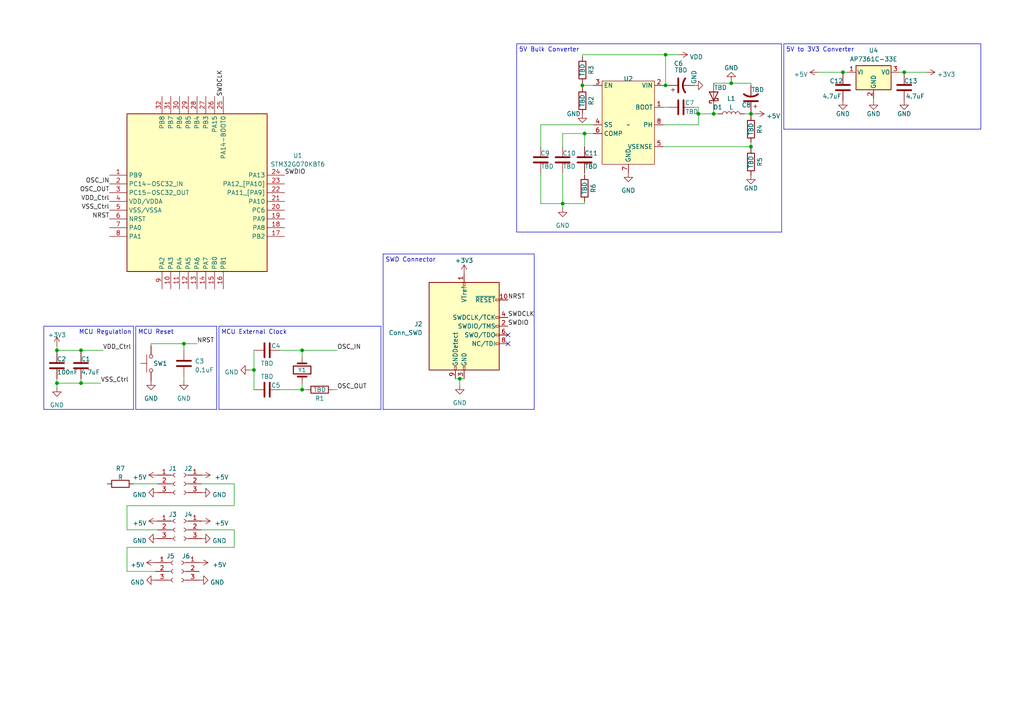
<source format=kicad_sch>
(kicad_sch (version 20230409) (generator eeschema)
  (paper "A4")
  (lib_symbols
    (symbol "Connector:Conn_01x03_Female" (pin_names (offset 1.016) hide)
      (property "Reference" "J" (at 0 5.08 0))
      (property "Value" "Conn_01x03_Female" (at 0 -5.08 0))
      (symbol "Conn_01x03_Female_1_1"
        (arc (start 0 -2.032) (mid -0.5058 -2.54) (end 0 -3.048) (stroke (width 0.1524)))
        (polyline (pts (xy -1.27 -2.54) (xy -0.508 -2.54)) (stroke (width 0.1524)))
        (polyline (pts (xy -1.27 0) (xy -0.508 0)) (stroke (width 0.1524)))
        (polyline (pts (xy -1.27 2.54) (xy -0.508 2.54)) (stroke (width 0.1524)))
        (arc (start 0 0.508) (mid -0.5058 0) (end 0 -0.508) (stroke (width 0.1524)))
        (arc (start 0 3.048) (mid -0.5058 2.54) (end 0 2.032) (stroke (width 0.1524)))
        (pin passive line (at -5.08 2.54 0) (length 3.81) (name "Pin_1") (number "1"))
        (pin passive line (at -5.08 0 0) (length 3.81) (name "Pin_2") (number "2"))
        (pin passive line (at -5.08 -2.54 0) (length 3.81) (name "Pin_3") (number "3"))
      )
    )
    (symbol "Connector:Conn_ARM_JTAG_SWD_10" (pin_names (offset 1.016))
      (property "Reference" "J" (at -2.54 16.51 0))
      (property "Value" "Conn_ARM_JTAG_SWD_10" (at -2.54 13.97 0))
      (symbol "Conn_ARM_JTAG_SWD_10_0_1"
        (rectangle (start -10.16 12.7) (end 10.16 -12.7) (stroke (width 0.254)) (fill (type background)))
        (rectangle (start -2.794 -12.7) (end -2.286 -11.684))
        (rectangle (start -0.254 -12.7) (end 0.254 -11.684))
        (rectangle (start -0.254 12.7) (end 0.254 11.684))
        (rectangle (start 9.144 2.286) (end 10.16 2.794))
        (rectangle (start 10.16 -2.794) (end 9.144 -2.286))
        (rectangle (start 10.16 -0.254) (end 9.144 0.254))
        (rectangle (start 10.16 7.874) (end 9.144 7.366))
      )
      (symbol "Conn_ARM_JTAG_SWD_10_1_1"
        (rectangle (start 9.144 -5.334) (end 10.16 -4.826))
        (pin power_in line (at 0 15.24 270) (length 2.54) (name "VTref") (number "1"))
        (pin open_collector line (at 12.7 7.62 180) (length 2.54) (name "~{RESET}") (number "10"))
        (pin bidirectional line (at 12.7 0 180) (length 2.54) (name "SWDIO/TMS") (number "2"))
        (pin power_in line (at 0 -15.24 90) (length 2.54) (name "GND") (number "3"))
        (pin output line (at 12.7 2.54 180) (length 2.54) (name "SWDCLK/TCK") (number "4"))
        (pin passive line (at 0 -15.24 90) (length 2.54) hide (name "GND") (number "5"))
        (pin input line (at 12.7 -2.54 180) (length 2.54) (name "SWO/TDO") (number "6"))
        (pin no_connect line (at -10.16 0 0) (length 2.54) hide (name "KEY") (number "7"))
        (pin output line (at 12.7 -5.08 180) (length 2.54) (name "NC/TDI") (number "8"))
        (pin passive line (at -2.54 -15.24 90) (length 2.54) (name "GNDDetect") (number "9"))
      )
    )
    (symbol "Device:C" (pin_numbers hide) (pin_names (offset 0.254))
      (property "Reference" "C" (at 0.635 2.54 0))
      (property "Value" "C" (at 0.635 -2.54 0))
      (symbol "C_0_1"
        (polyline (pts (xy -2.032 -0.762) (xy 2.032 -0.762)) (stroke (width 0.508)))
        (polyline (pts (xy -2.032 0.762) (xy 2.032 0.762)) (stroke (width 0.508)))
      )
      (symbol "C_1_1"
        (pin passive line (at 0 3.81 270) (length 2.794) (name "~") (number "1"))
        (pin passive line (at 0 -3.81 90) (length 2.794) (name "~") (number "2"))
      )
    )
    (symbol "Device:C_Polarized_US" (pin_numbers hide) (pin_names (offset 0.254) hide)
      (property "Reference" "C" (at 0.635 2.54 0))
      (property "Value" "C_Polarized_US" (at 0.635 -2.54 0))
      (symbol "C_Polarized_US_0_1"
        (polyline (pts (xy -2.032 0.762) (xy 2.032 0.762)) (stroke (width 0.508)))
        (polyline (pts (xy -1.778 2.286) (xy -0.762 2.286)))
        (polyline (pts (xy -1.27 1.778) (xy -1.27 2.794)))
        (arc (start 2.032 -1.27) (mid 0 -0.5572) (end -2.032 -1.27) (stroke (width 0.508)))
      )
      (symbol "C_Polarized_US_1_1"
        (pin passive line (at 0 3.81 270) (length 2.794) (name "~") (number "1"))
        (pin passive line (at 0 -3.81 90) (length 3.302) (name "~") (number "2"))
      )
    )
    (symbol "Device:Crystal" (pin_numbers hide) (pin_names (offset 1.016) hide)
      (property "Reference" "Y" (at 0 3.81 0))
      (property "Value" "Crystal" (at 0 -3.81 0))
      (symbol "Crystal_0_1"
        (rectangle (start -1.143 2.54) (end 1.143 -2.54) (stroke (width 0.3048)))
        (polyline (pts (xy -2.54 0) (xy -1.905 0)))
        (polyline (pts (xy -1.905 -1.27) (xy -1.905 1.27)) (stroke (width 0.508)))
        (polyline (pts (xy 1.905 -1.27) (xy 1.905 1.27)) (stroke (width 0.508)))
        (polyline (pts (xy 2.54 0) (xy 1.905 0)))
      )
      (symbol "Crystal_1_1"
        (pin passive line (at -3.81 0 0) (length 1.27) (name "1") (number "1"))
        (pin passive line (at 3.81 0 180) (length 1.27) (name "2") (number "2"))
      )
    )
    (symbol "Device:D_Schottky" (pin_numbers hide) (pin_names (offset 1.016) hide)
      (property "Reference" "D" (at 0 2.54 0))
      (property "Value" "D_Schottky" (at 0 -2.54 0))
      (symbol "D_Schottky_0_1"
        (polyline (pts (xy 1.27 0) (xy -1.27 0)))
        (polyline (pts (xy 1.27 1.27) (xy 1.27 -1.27) (xy -1.27 0) (xy 1.27 1.27)) (stroke (width 0.254)))
        (polyline (pts (xy -1.905 0.635) (xy -1.905 1.27) (xy -1.27 1.27) (xy -1.27 -1.27) (xy -0.635 -1.27) (xy -0.635 -0.635)) (stroke (width 0.254)))
      )
      (symbol "D_Schottky_1_1"
        (pin passive line (at -3.81 0 0) (length 2.54) (name "K") (number "1"))
        (pin passive line (at 3.81 0 180) (length 2.54) (name "A") (number "2"))
      )
    )
    (symbol "Device:L" (pin_numbers hide) (pin_names (offset 1.016) hide)
      (property "Reference" "L" (at -1.27 0 90))
      (property "Value" "L" (at 1.905 0 90))
      (symbol "L_0_1"
        (arc (start 0 -2.54) (mid 0.6323 -1.905) (end 0 -1.27))
        (arc (start 0 -1.27) (mid 0.6323 -0.635) (end 0 0))
        (arc (start 0 0) (mid 0.6323 0.635) (end 0 1.27))
        (arc (start 0 1.27) (mid 0.6323 1.905) (end 0 2.54))
      )
      (symbol "L_1_1"
        (pin passive line (at 0 3.81 270) (length 1.27) (name "1") (number "1"))
        (pin passive line (at 0 -3.81 90) (length 1.27) (name "2") (number "2"))
      )
    )
    (symbol "Device:R" (pin_numbers hide) (pin_names (offset 0))
      (property "Reference" "R" (at 2.032 0 90))
      (property "Value" "R" (at 0 0 90))
      (symbol "R_0_1"
        (rectangle (start -1.016 -2.54) (end 1.016 2.54) (stroke (width 0.254)))
      )
      (symbol "R_1_1"
        (pin passive line (at 0 3.81 270) (length 1.27) (name "~") (number "1"))
        (pin passive line (at 0 -3.81 90) (length 1.27) (name "~") (number "2"))
      )
    )
    (symbol "MCU_ST_STM32G0:STM32G070KBT6"
      (property "Reference" "U" (at 0 0 0))
      (property "Value" "STM32G070KBT6" (at 0 0 0))
      (symbol "STM32G070KBT6_1_1"
        (rectangle (start -20.32 24.13) (end 20.32 -21.59) (stroke (width 0.254)) (fill (type background)))
        (pin bidirectional line (at -25.4 6.35 0) (length 5.08) (name "PB9") (number "1"))
        (pin bidirectional line (at -7.62 -26.67 90) (length 5.08) (name "PA3") (number "10"))
        (pin bidirectional line (at -5.08 -26.67 90) (length 5.08) (name "PA4") (number "11"))
        (pin bidirectional line (at -2.54 -26.67 90) (length 5.08) (name "PA5") (number "12"))
        (pin bidirectional line (at 0 -26.67 90) (length 5.08) (name "PA6") (number "13"))
        (pin bidirectional line (at 2.54 -26.67 90) (length 5.08) (name "PA7") (number "14"))
        (pin bidirectional line (at 5.08 -26.67 90) (length 5.08) (name "PB0") (number "15"))
        (pin bidirectional line (at 7.62 -26.67 90) (length 5.08) (name "PB1") (number "16"))
        (pin bidirectional line (at 25.4 -11.43 180) (length 5.08) (name "PB2") (number "17"))
        (pin bidirectional line (at 25.4 -8.89 180) (length 5.08) (name "PA8") (number "18"))
        (pin bidirectional line (at 25.4 -6.35 180) (length 5.08) (name "PA9") (number "19"))
        (pin bidirectional line (at -25.4 3.81 0) (length 5.08) (name "PC14-OSC32_IN") (number "2"))
        (pin bidirectional line (at 25.4 -3.81 180) (length 5.08) (name "PC6") (number "20"))
        (pin bidirectional line (at 25.4 -1.27 180) (length 5.08) (name "PA10") (number "21"))
        (pin bidirectional line (at 25.4 1.27 180) (length 5.08) (name "PA11_[PA9]") (number "22"))
        (pin bidirectional line (at 25.4 3.81 180) (length 5.08) (name "PA12_[PA10]") (number "23"))
        (pin bidirectional line (at 25.4 6.35 180) (length 5.08) (name "PA13") (number "24"))
        (pin bidirectional line (at 7.62 29.21 270) (length 5.08) (name "PA14-BOOT0") (number "25"))
        (pin bidirectional line (at 5.08 29.21 270) (length 5.08) (name "PA15") (number "26"))
        (pin bidirectional line (at 2.54 29.21 270) (length 5.08) (name "PB3") (number "27"))
        (pin bidirectional line (at 0 29.21 270) (length 5.08) (name "PB4") (number "28"))
        (pin bidirectional line (at -2.54 29.21 270) (length 5.08) (name "PB5") (number "29"))
        (pin bidirectional line (at -25.4 1.27 0) (length 5.08) (name "PC15-OSC32_OUT") (number "3"))
        (pin bidirectional line (at -5.08 29.21 270) (length 5.08) (name "PB6") (number "30"))
        (pin bidirectional line (at -7.62 29.21 270) (length 5.08) (name "PB7") (number "31"))
        (pin bidirectional line (at -10.16 29.21 270) (length 5.08) (name "PB8") (number "32"))
        (pin power_in line (at -25.4 -1.27 0) (length 5.08) (name "VDD/VDDA") (number "4"))
        (pin power_in line (at -25.4 -3.81 0) (length 5.08) (name "VSS/VSSA") (number "5"))
        (pin bidirectional line (at -25.4 -6.35 0) (length 5.08) (name "NRST") (number "6"))
        (pin bidirectional line (at -25.4 -8.89 0) (length 5.08) (name "PA0") (number "7"))
        (pin bidirectional line (at -25.4 -11.43 0) (length 5.08) (name "PA1") (number "8"))
        (pin bidirectional line (at -10.16 -26.67 90) (length 5.08) (name "PA2") (number "9"))
      )
    )
    (symbol "Regulator_Linear:AP7361C-33E" (pin_names (offset 0.254))
      (property "Reference" "U" (at -3.81 3.175 0))
      (property "Value" "AP7361C-33E" (at 0 3.175 0))
      (symbol "AP7361C-33E_0_1"
        (rectangle (start -5.08 -5.08) (end 5.08 1.905) (stroke (width 0.254)) (fill (type background)))
      )
      (symbol "AP7361C-33E_1_1"
        (pin power_in line (at -7.62 0 0) (length 2.54) (name "VI") (number "1"))
        (pin power_in line (at 0 -7.62 90) (length 2.54) (name "GND") (number "2"))
        (pin power_out line (at 7.62 0 180) (length 2.54) (name "VO") (number "3"))
      )
    )
    (symbol "Regulator_Switching:TPS54331"
      (property "Reference" "U" (at 0 0 0))
      (symbol "TPS54331_1_1"
        (rectangle (start -7.62 12.7) (end 7.62 -11.43) (fill (type background)))
        (pin input line (at 10.16 5.08 180) (length 2.54) (name "BOOT") (number "1"))
        (pin input line (at 10.16 11.43 180) (length 2.54) (name "VIN") (number "2"))
        (pin input line (at -10.16 11.43 0) (length 2.54) (name "EN") (number "3"))
        (pin input line (at -10.16 0 0) (length 2.54) (name "SS") (number "4"))
        (pin input line (at 10.16 -6.35 180) (length 2.54) (name "VSENSE") (number "5"))
        (pin input line (at -10.16 -2.54 0) (length 2.54) (name "COMP") (number "6"))
        (pin input line (at 0 -13.97 90) (length 2.54) (name "GND") (number "7"))
        (pin input line (at 10.16 0 180) (length 2.54) (name "PH") (number "8"))
      )
    )
    (symbol "Switch:SW_Push" (pin_numbers hide) (pin_names (offset 1.016) hide)
      (property "Reference" "SW" (at 1.27 2.54 0))
      (property "Value" "SW_Push" (at 0 -1.524 0))
      (symbol "SW_Push_0_1"
        (circle (center -2.032 0) (radius 0.508))
        (polyline (pts (xy 0 1.27) (xy 0 3.048)))
        (polyline (pts (xy 2.54 1.27) (xy -2.54 1.27)))
        (circle (center 2.032 0) (radius 0.508))
        (pin passive line (at -5.08 0 0) (length 2.54) (name "1") (number "1"))
        (pin passive line (at 5.08 0 180) (length 2.54) (name "2") (number "2"))
      )
    )
    (symbol "power:+3V3" (power) (pin_names (offset 0))
      (property "Value" "+3V3" (at 0 3.556 0))
      (symbol "+3V3_0_1"
        (polyline (pts (xy -0.762 1.27) (xy 0 2.54)))
        (polyline (pts (xy 0 0) (xy 0 2.54)))
        (polyline (pts (xy 0 2.54) (xy 0.762 1.27)))
      )
      (symbol "+3V3_1_1"
        (pin power_in line (at 0 0 90) (length 0) hide (name "+3V3") (number "1"))
      )
    )
    (symbol "power:+5V" (power) (pin_names (offset 0))
      (property "Value" "+5V" (at 0 3.556 0))
      (symbol "+5V_0_1"
        (polyline (pts (xy -0.762 1.27) (xy 0 2.54)))
        (polyline (pts (xy 0 0) (xy 0 2.54)))
        (polyline (pts (xy 0 2.54) (xy 0.762 1.27)))
      )
      (symbol "+5V_1_1"
        (pin power_in line (at 0 0 90) (length 0) hide (name "+5V") (number "1"))
      )
    )
    (symbol "power:GND" (power) (pin_names (offset 0))
      (property "Value" "GND" (at 0 -3.81 0))
      (symbol "GND_0_1"
        (polyline (pts (xy 0 0) (xy 0 -1.27) (xy 1.27 -1.27) (xy 0 -2.54) (xy -1.27 -1.27) (xy 0 -1.27)))
      )
      (symbol "GND_1_1"
        (pin power_in line (at 0 0 270) (length 0) hide (name "GND") (number "1"))
      )
    )
    (symbol "power:VDD" (power) (pin_names (offset 0))
      (property "Value" "VDD" (at 0 3.81 0))
      (symbol "VDD_0_1"
        (polyline (pts (xy -0.762 1.27) (xy 0 2.54)))
        (polyline (pts (xy 0 0) (xy 0 2.54)))
        (polyline (pts (xy 0 2.54) (xy 0.762 1.27)))
      )
      (symbol "VDD_1_1"
        (pin power_in line (at 0 0 90) (length 0) hide (name "VDD") (number "1"))
      )
    )
  )
  (junction (at 163.195 59.055))
  (junction (at 16.51 111.125))
  (junction (at 23.495 101.6))
  (junction (at 73.66 107.315))
  (junction (at 262.255 20.955))
  (junction (at 169.545 38.735))
  (junction (at 16.51 101.6))
  (junction (at 244.475 20.955))
  (junction (at 168.91 24.765))
  (junction (at 133.35 109.855))
  (junction (at 23.495 111.125))
  (junction (at 202.565 33.02))
  (junction (at 217.805 42.545))
  (junction (at 193.04 24.765))
  (junction (at 207.01 33.02))
  (junction (at 193.04 15.875))
  (junction (at 87.63 113.03))
  (junction (at 217.805 33.02))
  (junction (at 87.63 101.6))
  (junction (at 53.34 99.695))
  (junction (at 212.09 24.13))
  (no_connect (at 147.32 99.695))
  (no_connect (at 147.32 97.155))
  (wire (pts (xy 163.195 60.325) (xy 163.195 59.055)))
  (wire (pts (xy 163.195 38.735) (xy 163.195 42.545)))
  (polyline (pts (xy 39.37 94.615) (xy 62.865 94.615)))
  (polyline (pts (xy 227.33 12.7) (xy 227.33 37.465)))
  (wire (pts (xy 219.075 33.02) (xy 217.805 33.02)))
  (wire (pts (xy 87.63 111.125) (xy 87.63 113.03)))
  (wire (pts (xy 237.49 20.955) (xy 244.475 20.955)))
  (polyline (pts (xy 227.33 37.465) (xy 284.48 37.465)))
  (wire (pts (xy 53.34 101.6) (xy 53.34 99.695)))
  (wire (pts (xy 260.985 20.955) (xy 262.255 20.955)))
  (polyline (pts (xy 38.735 118.745) (xy 12.7 118.745)))
  (wire (pts (xy 36.83 153.67) (xy 45.72 153.67)))
  (wire (pts (xy 212.09 24.13) (xy 212.09 23.495)))
  (wire (pts (xy 53.34 109.22) (xy 53.34 110.49)))
  (wire (pts (xy 36.83 158.75) (xy 67.945 158.75)))
  (wire (pts (xy 132.08 109.855) (xy 133.35 109.855)))
  (wire (pts (xy 217.805 33.02) (xy 217.805 33.655)))
  (wire (pts (xy 168.91 24.765) (xy 168.91 25.4)))
  (wire (pts (xy 193.04 24.765) (xy 193.675 24.765)))
  (wire (pts (xy 212.09 24.13) (xy 207.01 24.13)))
  (wire (pts (xy 253.365 28.575) (xy 253.365 29.21)))
  (polyline (pts (xy 226.695 12.7) (xy 226.695 67.31)))
  (wire (pts (xy 23.495 101.6) (xy 29.845 101.6)))
  (polyline (pts (xy 284.48 12.7) (xy 227.33 12.7)))
  (wire (pts (xy 202.565 33.02) (xy 202.565 31.115)))
  (wire (pts (xy 168.91 15.875) (xy 193.04 15.875)))
  (wire (pts (xy 156.845 59.055) (xy 163.195 59.055)))
  (polyline (pts (xy 63.5 94.615) (xy 63.5 118.745)))
  (polyline (pts (xy 149.86 12.7) (xy 149.86 67.31)))
  (wire (pts (xy 23.495 111.125) (xy 16.51 111.125)))
  (wire (pts (xy 192.405 36.195) (xy 202.565 36.195)))
  (wire (pts (xy 133.35 109.855) (xy 133.35 111.76)))
  (wire (pts (xy 163.195 50.165) (xy 163.195 59.055)))
  (wire (pts (xy 217.805 32.385) (xy 217.805 33.02)))
  (wire (pts (xy 168.91 24.765) (xy 172.085 24.765)))
  (wire (pts (xy 156.845 36.195) (xy 156.845 42.545)))
  (polyline (pts (xy 62.865 94.615) (xy 62.865 118.745)))
  (wire (pts (xy 23.495 102.235) (xy 23.495 101.6)))
  (wire (pts (xy 262.255 21.59) (xy 262.255 20.955)))
  (wire (pts (xy 67.945 140.335) (xy 58.42 140.335)))
  (wire (pts (xy 16.51 111.125) (xy 16.51 109.855)))
  (wire (pts (xy 207.01 31.75) (xy 207.01 33.02)))
  (wire (pts (xy 43.815 99.695) (xy 43.815 100.33)))
  (polyline (pts (xy 38.735 94.615) (xy 38.735 118.745)))
  (wire (pts (xy 202.565 33.02) (xy 202.565 36.195)))
  (polyline (pts (xy 154.94 118.745) (xy 111.125 118.745)))
  (wire (pts (xy 133.35 109.855) (xy 134.62 109.855)))
  (polyline (pts (xy 284.48 37.465) (xy 284.48 12.7)))
  (polyline (pts (xy 111.125 116.84) (xy 111.125 73.66)))
  (wire (pts (xy 156.845 50.165) (xy 156.845 59.055)))
  (wire (pts (xy 67.945 153.67) (xy 58.42 153.67)))
  (wire (pts (xy 73.66 107.315) (xy 73.66 113.03)))
  (wire (pts (xy 217.805 43.18) (xy 217.805 42.545)))
  (wire (pts (xy 87.63 101.6) (xy 97.79 101.6)))
  (wire (pts (xy 16.51 101.6) (xy 23.495 101.6)))
  (wire (pts (xy 169.545 50.8) (xy 169.545 50.165)))
  (wire (pts (xy 36.83 165.735) (xy 36.83 158.75)))
  (wire (pts (xy 208.28 33.02) (xy 207.01 33.02)))
  (polyline (pts (xy 226.695 67.31) (xy 149.86 67.31)))
  (wire (pts (xy 16.51 102.235) (xy 16.51 101.6)))
  (wire (pts (xy 23.495 109.855) (xy 23.495 111.125)))
  (wire (pts (xy 217.805 41.275) (xy 217.805 42.545)))
  (wire (pts (xy 215.9 33.02) (xy 217.805 33.02)))
  (wire (pts (xy 163.195 59.055) (xy 169.545 59.055)))
  (wire (pts (xy 193.04 15.875) (xy 193.04 24.765)))
  (polyline (pts (xy 12.7 94.615) (xy 12.7 118.745)))
  (wire (pts (xy 87.63 101.6) (xy 87.63 103.505)))
  (wire (pts (xy 169.545 59.055) (xy 169.545 58.42)))
  (wire (pts (xy 262.255 20.955) (xy 268.605 20.955)))
  (wire (pts (xy 217.805 24.13) (xy 217.805 24.765)))
  (wire (pts (xy 169.545 38.735) (xy 169.545 42.545)))
  (wire (pts (xy 16.51 100.33) (xy 16.51 101.6)))
  (wire (pts (xy 29.21 111.125) (xy 23.495 111.125)))
  (wire (pts (xy 36.83 153.67) (xy 36.83 146.685)))
  (wire (pts (xy 87.63 113.03) (xy 81.28 113.03)))
  (polyline (pts (xy 111.125 116.84) (xy 111.125 118.745)))
  (polyline (pts (xy 39.37 94.615) (xy 39.37 118.745)))
  (wire (pts (xy 16.51 112.395) (xy 16.51 111.125)))
  (polyline (pts (xy 149.86 12.7) (xy 226.695 12.7)))
  (wire (pts (xy 38.735 140.335) (xy 45.72 140.335)))
  (polyline (pts (xy 154.94 73.66) (xy 154.94 118.745)))
  (wire (pts (xy 244.475 21.59) (xy 244.475 20.955)))
  (wire (pts (xy 67.945 146.685) (xy 67.945 140.335)))
  (wire (pts (xy 169.545 38.735) (xy 163.195 38.735)))
  (wire (pts (xy 172.085 36.195) (xy 156.845 36.195)))
  (wire (pts (xy 87.63 113.03) (xy 88.9 113.03)))
  (wire (pts (xy 212.09 24.13) (xy 217.805 24.13)))
  (wire (pts (xy 196.85 15.875) (xy 193.04 15.875)))
  (wire (pts (xy 36.83 165.735) (xy 45.085 165.735)))
  (wire (pts (xy 172.085 38.735) (xy 169.545 38.735)))
  (wire (pts (xy 43.815 99.695) (xy 53.34 99.695)))
  (polyline (pts (xy 63.5 94.615) (xy 110.49 94.615)))
  (polyline (pts (xy 110.49 118.745) (xy 63.5 118.745)))
  (wire (pts (xy 202.565 31.115) (xy 201.295 31.115)))
  (polyline (pts (xy 62.865 118.745) (xy 39.37 118.745)))
  (wire (pts (xy 244.475 20.955) (xy 245.745 20.955)))
  (wire (pts (xy 193.675 31.115) (xy 192.405 31.115)))
  (wire (pts (xy 72.39 107.315) (xy 73.66 107.315)))
  (wire (pts (xy 168.91 24.13) (xy 168.91 24.765)))
  (wire (pts (xy 192.405 24.765) (xy 193.04 24.765)))
  (wire (pts (xy 168.91 15.875) (xy 168.91 16.51)))
  (wire (pts (xy 36.83 146.685) (xy 67.945 146.685)))
  (wire (pts (xy 73.66 101.6) (xy 73.66 107.315)))
  (wire (pts (xy 81.28 101.6) (xy 87.63 101.6)))
  (wire (pts (xy 53.34 99.695) (xy 57.15 99.695)))
  (wire (pts (xy 202.565 33.02) (xy 207.01 33.02)))
  (polyline (pts (xy 12.7 94.615) (xy 38.735 94.615)))
  (wire (pts (xy 192.405 42.545) (xy 217.805 42.545)))
  (polyline (pts (xy 111.125 73.66) (xy 154.94 73.66)))
  (wire (pts (xy 67.945 158.75) (xy 67.945 153.67)))
  (polyline (pts (xy 110.49 94.615) (xy 110.49 118.745)))
  (wire (pts (xy 96.52 113.03) (xy 97.79 113.03)))
  (text "SWD Connector" (at 111.76 76.2 0) (effects (font (size 1.27 1.27)) (justify left bottom)))
  (text "MCU External Clock" (at 64.135 97.155 0) (effects (font (size 1.27 1.27)) (justify left bottom)))
  (text "5V to 3V3 Converter" (at 227.965 15.24 0) (effects (font (size 1.27 1.27)) (justify left bottom)))
  (text "5V Bulk Converter" (at 150.495 15.24 0) (effects (font (size 1.27 1.27)) (justify left bottom)))
  (text "MCU Reset" (at 40.005 97.155 0) (effects (font (size 1.27 1.27)) (justify left bottom)))
  (text "MCU Regulation\n" (at 22.86 97.155 0) (effects (font (size 1.27 1.27)) (justify left bottom)))
  (label "OSC_OUT" (at 97.79 113.03 0))
  (label "OSC_IN" (at 31.75 53.34 180))
  (label "SWDIO" (at 82.55 50.8 0))
  (label "OSC_IN" (at 97.79 101.6 0))
  (label "SWDCLK" (at 64.77 27.94 90))
  (label "OSC_OUT" (at 31.75 55.88 180))
  (label "VSS_Ctrl" (at 31.75 60.96 180))
  (label "VDD_Ctrl" (at 31.75 58.42 180))
  (label "NRST" (at 57.15 99.695 0))
  (label "SWDCLK" (at 147.32 92.075 0))
  (label "VSS_Ctrl" (at 29.21 111.125 0))
  (label "NRST" (at 31.75 63.5 180))
  (label "NRST" (at 147.32 86.995 0))
  (label "SWDIO" (at 147.32 94.615 0))
  (label "VDD_Ctrl" (at 29.845 101.6 0))
  (symbol (lib_id "power:GND") (at 53.34 110.49 0) (unit 1)
    (property "Reference" "#PWR04" (effects hide))
    (property "Value" "GND" (at 53.34 115.57 0))
  )
  (symbol (lib_id "power:+3V3") (at 134.62 79.375 0) (unit 1)
    (property "Reference" "#PWR018" (effects hide))
    (property "Value" "+3V3" (at 134.62 75.565 0))
  )
  (symbol (lib_id "Device:R") (at 92.71 113.03 270) (unit 1)
    (property "Reference" "R1" (at 92.71 115.57 90))
    (property "Value" "TBD" (at 92.71 113.03 90))
  )
  (symbol (lib_id "power:+3V3") (at 16.51 100.33 0) (unit 1)
    (property "Reference" "#PWR01" (effects hide))
    (property "Value" "+3V3" (at 16.51 97.155 0))
  )
  (symbol (lib_id "power:GND") (at 262.255 29.21 0) (unit 1)
    (property "Reference" "#PWR017" (effects hide))
    (property "Value" "GND" (at 262.255 33.02 0))
  )
  (symbol (lib_id "power:+3V3") (at 268.605 20.955 270) (unit 1)
    (property "Reference" "#PWR016" (effects hide))
    (property "Value" "+3V3" (at 271.78 21.59 90) (effects (justify left)))
  )
  (symbol (lib_id "Device:C") (at 23.495 106.045 0) (unit 1)
    (property "Reference" "C1" (at 23.495 104.14 0) (effects (justify left)))
    (property "Value" "4.7uF" (at 23.495 107.95 0) (effects (justify left)))
  )
  (symbol (lib_id "power:VDD") (at 196.85 15.875 270) (unit 1)
    (property "Reference" "#PWR019" (effects hide))
    (property "Value" "VDD" (at 200.025 16.51 90) (effects (justify left)))
  )
  (symbol (lib_id "power:+5V") (at 57.785 163.195 270) (unit 1)
    (property "Reference" "#PWR031" (effects hide))
    (property "Value" "+5V" (at 61.595 163.83 90) (effects (justify left)))
  )
  (symbol (lib_id "Device:C_Polarized_US") (at 217.805 28.575 180) (unit 1)
    (property "Reference" "C8" (at 217.805 30.48 0) (effects (justify left)))
    (property "Value" "TBD" (at 221.615 26.035 0) (effects (justify left)))
  )
  (symbol (lib_id "power:GND") (at 58.42 156.21 90) (unit 1)
    (property "Reference" "#PWR028" (effects hide))
    (property "Value" "GND" (at 61.595 156.845 90) (effects (justify right)))
  )
  (symbol (lib_id "power:GND") (at 45.085 168.275 270) (unit 1)
    (property "Reference" "#PWR030" (effects hide))
    (property "Value" "GND" (at 41.91 168.91 90) (effects (justify right)))
  )
  (symbol (lib_id "power:+5V") (at 219.075 33.02 270) (unit 1)
    (property "Reference" "#PWR012" (effects hide))
    (property "Value" "+5V" (at 222.25 33.655 90) (effects (justify left)))
  )
  (symbol (lib_id "Device:C") (at 197.485 31.115 270) (unit 1)
    (property "Reference" "C7" (at 200.025 29.845 90))
    (property "Value" "TBD" (at 200.66 32.385 90))
  )
  (symbol (lib_id "power:GND") (at 163.195 60.325 0) (unit 1)
    (property "Reference" "#PWR011" (effects hide))
    (property "Value" "GND" (at 163.195 65.405 0))
  )
  (symbol (lib_id "Connector:Conn_01x03_Female") (at 52.705 165.735 0) (mirror y) (unit 1)
    (property "Reference" "J6" (at 53.975 161.29 0))
    (property "Value" "Conn_01x03_Female" (effects hide))
  )
  (symbol (lib_id "Connector:Conn_ARM_JTAG_SWD_10") (at 134.62 94.615 0) (unit 1)
    (property "Reference" "J2" (at 122.555 93.98 0) (effects (justify right)))
    (property "Value" "Conn_SWD" (at 122.555 96.52 0) (effects (justify right)))
    (property "Footprint" "Connector_PinHeader_1.27mm:PinHeader_2x05_P1.27mm_Vertical" (effects hide))
    (property "Datasheet" "http://infocenter.arm.com/help/topic/com.arm.doc.ddi0314h/DDI0314H_coresight_components_trm.pdf" (effects hide))
  )
  (symbol (lib_id "power:GND") (at 212.09 23.495 180) (unit 1)
    (property "Reference" "#PWR010" (effects hide))
    (property "Value" "GND" (at 212.09 19.685 0))
  )
  (symbol (lib_id "power:GND") (at 217.805 50.8 0) (unit 1)
    (property "Reference" "#PWR09" (effects hide))
    (property "Value" "GND" (at 217.805 54.61 0))
  )
  (symbol (lib_id "power:GND") (at 133.35 111.76 0) (unit 1)
    (property "Reference" "#PWR020" (effects hide))
    (property "Value" "GND" (at 133.35 116.84 0))
  )
  (symbol (lib_id "Device:C") (at 77.47 101.6 90) (unit 1)
    (property "Reference" "C4" (at 80.01 100.33 90))
    (property "Value" "TBD" (at 77.47 105.41 90))
  )
  (symbol (lib_id "Device:C") (at 53.34 105.41 0) (unit 1)
    (property "Reference" "C3" (at 56.515 104.775 0) (effects (justify left)))
    (property "Value" "0.1uF" (at 56.515 107.315 0) (effects (justify left)))
  )
  (symbol (lib_id "Connector:Conn_01x03_Female") (at 53.34 140.335 0) (mirror y) (unit 1)
    (property "Reference" "J2" (at 54.61 135.89 0))
    (property "Value" "Conn_01x03_Female" (effects hide))
  )
  (symbol (lib_id "MCU_ST_STM32G0:STM32G070KBT6") (at 57.15 57.15 0) (unit 1)
    (property "Reference" "U1" (at 86.36 45.1103 0))
    (property "Value" "STM32G070KBT6" (at 86.36 47.6503 0))
    (property "Footprint" "Package_QFP:LQFP-32_7x7mm_P0.8mm" (effects hide))
  )
  (symbol (lib_id "power:GND") (at 58.42 142.875 90) (unit 1)
    (property "Reference" "#PWR024" (effects hide))
    (property "Value" "GND" (at 61.595 143.51 90) (effects (justify right)))
  )
  (symbol (lib_id "power:GND") (at 45.72 142.875 270) (unit 1)
    (property "Reference" "#PWR022" (effects hide))
    (property "Value" "GND" (at 42.545 143.51 90) (effects (justify right)))
  )
  (symbol (lib_id "Device:C") (at 169.545 46.355 0) (unit 1)
    (property "Reference" "C11" (at 171.45 44.45 0))
    (property "Value" "TBD" (at 171.45 48.26 0))
  )
  (symbol (lib_id "power:GND") (at 182.245 50.165 0) (unit 1)
    (property "Reference" "#PWR06" (effects hide))
    (property "Value" "GND" (at 182.245 55.245 0))
  )
  (symbol (lib_id "power:GND") (at 72.39 107.315 270) (unit 1)
    (property "Reference" "#PWR05" (effects hide))
    (property "Value" "GND" (at 69.215 107.95 90) (effects (justify right)))
  )
  (symbol (lib_id "Device:R") (at 168.91 20.32 0) (unit 1)
    (property "Reference" "R3" (at 171.45 20.32 90))
    (property "Value" "TBD" (at 168.91 20.32 90))
  )
  (symbol (lib_id "power:+5V") (at 45.085 163.195 90) (unit 1)
    (property "Reference" "#PWR029" (effects hide))
    (property "Value" "+5V" (at 41.91 163.83 90) (effects (justify left)))
  )
  (symbol (lib_id "power:+5V") (at 58.42 151.13 270) (unit 1)
    (property "Reference" "#PWR027" (effects hide))
    (property "Value" "+5V" (at 62.23 151.765 90) (effects (justify left)))
  )
  (symbol (lib_id "Device:C") (at 156.845 46.355 0) (unit 1)
    (property "Reference" "C9" (at 158.115 44.45 0))
    (property "Value" "TBD" (at 158.75 48.26 0))
  )
  (symbol (lib_id "Device:C") (at 16.51 106.045 0) (unit 1)
    (property "Reference" "C2" (at 16.51 104.14 0) (effects (justify left)))
    (property "Value" "100nF" (at 16.51 107.95 0) (effects (justify left)))
  )
  (symbol (lib_id "Device:L") (at 212.09 33.02 90) (unit 1)
    (property "Reference" "L1" (at 212.09 28.575 90))
    (property "Value" "L" (at 212.09 31.115 90))
  )
  (symbol (lib_id "Device:C") (at 262.255 25.4 180) (unit 1)
    (property "Reference" "C13" (at 264.16 23.495 0))
    (property "Value" "4.7uF" (at 265.43 27.94 0))
  )
  (symbol (lib_id "Connector:Conn_01x03_Female") (at 50.8 153.67 0) (unit 1)
    (property "Reference" "J3" (at 48.895 149.225 0) (effects (justify left)))
    (property "Value" "Conn_01x03_Female" (effects hide))
  )
  (symbol (lib_id "Device:C_Polarized_US") (at 197.485 24.765 90) (unit 1)
    (property "Reference" "C6" (at 198.12 18.415 90) (effects (justify left)))
    (property "Value" "TBD" (at 199.39 20.32 90) (effects (justify left)))
  )
  (symbol (lib_id "Device:R") (at 34.925 140.335 90) (unit 1)
    (property "Reference" "R7" (at 34.925 135.89 90))
    (property "Value" "R" (at 34.925 138.43 90))
  )
  (symbol (lib_id "power:+5V") (at 58.42 137.795 270) (unit 1)
    (property "Reference" "#PWR023" (effects hide))
    (property "Value" "+5V" (at 62.23 138.43 90) (effects (justify left)))
  )
  (symbol (lib_id "Regulator_Switching:TPS54331") (at 182.245 36.195 0) (unit 1)
    (property "Reference" "U2" (at 182.245 22.86 0))
    (property "Value" "~" (at 182.245 36.195 0))
    (property "Footprint" "PCM_Package_SO_AKL:TI_SO-PowerPAD-8_ThermalVias" (effects hide))
  )
  (symbol (lib_id "Device:R") (at 169.545 54.61 0) (unit 1)
    (property "Reference" "R6" (at 172.085 54.61 90))
    (property "Value" "TBD" (at 169.545 54.61 90))
  )
  (symbol (lib_id "Device:R") (at 217.805 37.465 0) (unit 1)
    (property "Reference" "R4" (at 220.345 37.465 90))
    (property "Value" "TBD" (at 217.805 37.465 90))
  )
  (symbol (lib_id "Device:R") (at 168.91 29.21 0) (unit 1)
    (property "Reference" "R2" (at 171.45 29.21 90))
    (property "Value" "TBD" (at 168.91 29.21 90))
  )
  (symbol (lib_id "Switch:SW_Push") (at 43.815 105.41 90) (unit 1)
    (property "Reference" "SW1" (at 44.45 105.41 90) (effects (justify right)))
    (property "Value" "SW_Push" (effects hide))
  )
  (symbol (lib_id "power:GND") (at 201.295 24.765 90) (unit 1)
    (property "Reference" "#PWR08" (effects hide))
    (property "Value" "GND" (at 201.295 20.32 0) (effects (justify right)))
  )
  (symbol (lib_id "Connector:Conn_01x03_Female") (at 50.165 165.735 0) (unit 1)
    (property "Reference" "J5" (at 48.26 161.29 0) (effects (justify left)))
    (property "Value" "Conn_01x03_Female" (effects hide))
  )
  (symbol (lib_id "power:GND") (at 43.815 110.49 0) (unit 1)
    (property "Reference" "#PWR03" (effects hide))
    (property "Value" "GND" (at 43.815 115.57 0))
  )
  (symbol (lib_id "Regulator_Linear:AP7361C-33E") (at 253.365 20.955 0) (unit 1)
    (property "Reference" "U4" (at 253.365 14.605 0))
    (property "Value" "AP7361C-33E" (at 253.365 17.145 0))
    (property "Footprint" "Package_TO_SOT_SMD:SOT-223-3_TabPin2" (effects hide))
    (property "Datasheet" "https://www.diodes.com/assets/Datasheets/AP7361C.pdf" (effects hide))
  )
  (symbol (lib_id "power:+5V") (at 237.49 20.955 90) (unit 1)
    (property "Reference" "#PWR013" (effects hide))
    (property "Value" "+5V" (at 234.315 21.59 90) (effects (justify left)))
  )
  (symbol (lib_id "Device:Crystal") (at 87.63 107.315 90) (unit 1)
    (property "Reference" "Y1" (at 86.36 107.315 90) (effects (justify right)))
    (property "Value" "Crystal" (effects hide))
  )
  (symbol (lib_id "Device:D_Schottky") (at 207.01 27.94 90) (unit 1)
    (property "Reference" "D1" (at 209.55 31.115 90) (effects (justify left)))
    (property "Value" "TBD" (at 210.82 25.4 90) (effects (justify left)))
  )
  (symbol (lib_id "power:GND") (at 16.51 112.395 0) (unit 1)
    (property "Reference" "#PWR02" (effects hide))
    (property "Value" "GND" (at 16.51 117.475 0))
  )
  (symbol (lib_id "power:GND") (at 57.785 168.275 90) (unit 1)
    (property "Reference" "#PWR032" (effects hide))
    (property "Value" "GND" (at 60.96 168.91 90) (effects (justify right)))
  )
  (symbol (lib_id "power:GND") (at 168.91 33.02 0) (unit 1)
    (property "Reference" "#PWR07" (effects hide))
    (property "Value" "GND" (at 166.37 33.02 0))
  )
  (symbol (lib_id "Device:R") (at 217.805 46.99 0) (unit 1)
    (property "Reference" "R5" (at 220.345 46.99 90))
    (property "Value" "TBD" (at 217.805 46.99 90))
  )
  (symbol (lib_id "power:GND") (at 45.72 156.21 270) (unit 1)
    (property "Reference" "#PWR026" (effects hide))
    (property "Value" "GND" (at 42.545 156.845 90) (effects (justify right)))
  )
  (symbol (lib_id "Device:C") (at 163.195 46.355 0) (unit 1)
    (property "Reference" "C10" (at 165.1 44.45 0))
    (property "Value" "TBD" (at 165.1 48.26 0))
  )
  (symbol (lib_id "power:GND") (at 244.475 29.21 0) (unit 1)
    (property "Reference" "#PWR015" (effects hide))
    (property "Value" "GND" (at 244.475 33.02 0))
  )
  (symbol (lib_id "Connector:Conn_01x03_Female") (at 53.34 153.67 0) (mirror y) (unit 1)
    (property "Reference" "J4" (at 54.61 149.225 0))
    (property "Value" "Conn_01x03_Female" (effects hide))
  )
  (symbol (lib_id "power:+5V") (at 45.72 151.13 90) (unit 1)
    (property "Reference" "#PWR025" (effects hide))
    (property "Value" "+5V" (at 42.545 151.765 90) (effects (justify left)))
  )
  (symbol (lib_id "power:+5V") (at 45.72 137.795 90) (unit 1)
    (property "Reference" "#PWR021" (effects hide))
    (property "Value" "+5V" (at 42.545 138.43 90) (effects (justify left)))
  )
  (symbol (lib_id "power:GND") (at 253.365 29.21 0) (unit 1)
    (property "Reference" "#PWR014" (effects hide))
    (property "Value" "GND" (at 253.365 33.02 0))
  )
  (symbol (lib_id "Device:C") (at 244.475 25.4 180) (unit 1)
    (property "Reference" "C12" (at 242.57 23.495 0))
    (property "Value" "4.7uF" (at 241.3 27.94 0))
  )
  (symbol (lib_id "Device:C") (at 77.47 113.03 90) (unit 1)
    (property "Reference" "C5" (at 80.01 111.76 90))
    (property "Value" "TBD" (at 77.47 109.22 90))
  )
  (symbol (lib_id "Connector:Conn_01x03_Female") (at 50.8 140.335 0) (unit 1)
    (property "Reference" "J1" (at 48.895 135.89 0) (effects (justify left)))
    (property "Value" "Conn_01x03_Female" (effects hide))
  )
)
</source>
